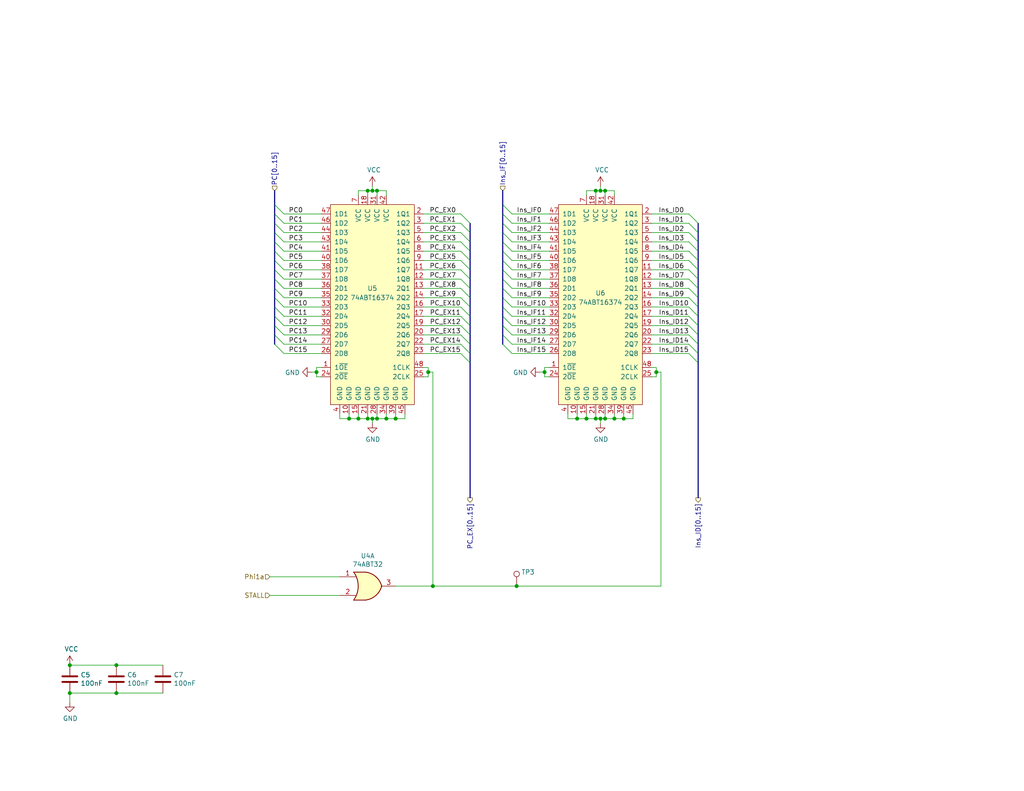
<source format=kicad_sch>
(kicad_sch (version 20211123) (generator eeschema)
  (paper "USLetter")
  (title_block (title "IF/ID") (date "2022-04-10") (rev "A (8f98feb1)") (comment 4 "Interstage pipeline registers between IF and ID"))
  (lib_symbols
    (symbol "74xx (kicad5):74ABT16374" (pin_names (offset 1.016))
      (property "Reference" "U" (at 0 1.27 0))
      (property "Value" "74ABT16374" (at 0 -1.27 0))
      (symbol "74ABT16374_0_0"
        (pin input line (at -13.97 -20.32 0) (length 2.54) (name "1~{OE}") (number "1"))
        (pin power_in line (at -6.35 -33.02 90) (length 2.54) (name "GND") (number "10"))
        (pin tri_state line (at 13.97 6.35 180) (length 2.54) (name "1Q7") (number "11"))
        (pin tri_state line (at 13.97 3.81 180) (length 2.54) (name "1Q8") (number "12"))
        (pin tri_state line (at 13.97 1.27 180) (length 2.54) (name "2Q1") (number "13"))
        (pin tri_state line (at 13.97 -1.27 180) (length 2.54) (name "2Q2") (number "14"))
        (pin power_in line (at -3.81 -33.02 90) (length 2.54) (name "GND") (number "15"))
        (pin tri_state line (at 13.97 -3.81 180) (length 2.54) (name "2Q3") (number "16"))
        (pin tri_state line (at 13.97 -6.35 180) (length 2.54) (name "2Q4") (number "17"))
        (pin power_in line (at -1.27 26.67 270) (length 2.54) (name "VCC") (number "18"))
        (pin tri_state line (at 13.97 -8.89 180) (length 2.54) (name "2Q5") (number "19"))
        (pin tri_state line (at 13.97 21.59 180) (length 2.54) (name "1Q1") (number "2"))
        (pin tri_state line (at 13.97 -11.43 180) (length 2.54) (name "2Q6") (number "20"))
        (pin power_in line (at -1.27 -33.02 90) (length 2.54) (name "GND") (number "21"))
        (pin tri_state line (at 13.97 -13.97 180) (length 2.54) (name "2Q7") (number "22"))
        (pin tri_state line (at 13.97 -16.51 180) (length 2.54) (name "2Q8") (number "23"))
        (pin input line (at -13.97 -22.86 0) (length 2.54) (name "2~{OE}") (number "24"))
        (pin input line (at 13.97 -22.86 180) (length 2.54) (name "2CLK") (number "25"))
        (pin input line (at -13.97 -16.51 0) (length 2.54) (name "2D8") (number "26"))
        (pin input line (at -13.97 -13.97 0) (length 2.54) (name "2D7") (number "27"))
        (pin power_in line (at 1.27 -33.02 90) (length 2.54) (name "GND") (number "28"))
        (pin input line (at -13.97 -11.43 0) (length 2.54) (name "2D6") (number "29"))
        (pin tri_state line (at 13.97 19.05 180) (length 2.54) (name "1Q2") (number "3"))
        (pin input line (at -13.97 -8.89 0) (length 2.54) (name "2D5") (number "30"))
        (pin power_in line (at 1.27 26.67 270) (length 2.54) (name "VCC") (number "31"))
        (pin input line (at -13.97 -6.35 0) (length 2.54) (name "2D4") (number "32"))
        (pin input line (at -13.97 -3.81 0) (length 2.54) (name "2D3") (number "33"))
        (pin power_in line (at 3.81 -33.02 90) (length 2.54) (name "GND") (number "34"))
        (pin input line (at -13.97 -1.27 0) (length 2.54) (name "2D2") (number "35"))
        (pin input line (at -13.97 1.27 0) (length 2.54) (name "2D1") (number "36"))
        (pin input line (at -13.97 3.81 0) (length 2.54) (name "1D8") (number "37"))
        (pin input line (at -13.97 6.35 0) (length 2.54) (name "1D7") (number "38"))
        (pin power_in line (at 6.35 -33.02 90) (length 2.54) (name "GND") (number "39"))
        (pin power_in line (at -8.89 -33.02 90) (length 2.54) (name "GND") (number "4"))
        (pin input line (at -13.97 8.89 0) (length 2.54) (name "1D6") (number "40"))
        (pin input line (at -13.97 11.43 0) (length 2.54) (name "1D5") (number "41"))
        (pin power_in line (at 3.81 26.67 270) (length 2.54) (name "VCC") (number "42"))
        (pin input line (at -13.97 13.97 0) (length 2.54) (name "1D4") (number "43"))
        (pin input line (at -13.97 16.51 0) (length 2.54) (name "1D3") (number "44"))
        (pin power_in line (at 8.89 -33.02 90) (length 2.54) (name "GND") (number "45"))
        (pin input line (at -13.97 19.05 0) (length 2.54) (name "1D2") (number "46"))
        (pin input line (at -13.97 21.59 0) (length 2.54) (name "1D1") (number "47"))
        (pin input line (at 13.97 -20.32 180) (length 2.54) (name "1CLK") (number "48"))
        (pin tri_state line (at 13.97 16.51 180) (length 2.54) (name "1Q3") (number "5"))
        (pin tri_state line (at 13.97 13.97 180) (length 2.54) (name "1Q4") (number "6"))
        (pin power_in line (at -3.81 26.67 270) (length 2.54) (name "VCC") (number "7"))
        (pin tri_state line (at 13.97 11.43 180) (length 2.54) (name "1Q5") (number "8"))
        (pin tri_state line (at 13.97 8.89 180) (length 2.54) (name "1Q6") (number "9"))
      )
      (symbol "74ABT16374_0_1"
        (rectangle (start -11.43 24.13) (end 11.43 -30.48) (fill (type background)))
      )
    )
    (symbol "74xx:74LS32" (pin_names (offset 1.016))
      (property "Reference" "U" (at 0 1.27 0))
      (property "Value" "74LS32" (at 0 -1.27 0))
      (symbol "74LS32_1_1"
        (arc (start -3.81 -3.81) (mid -2.589 0) (end -3.81 3.81) (stroke (width 0.254)))
        (arc (start -0.6096 -3.81) (mid 2.1842 -2.5851) (end 3.81 0) (stroke (width 0.254)) (fill (type background)))
        (polyline (pts (xy -3.81 -3.81) (xy -0.635 -3.81)) (stroke (width 0.254)) (fill (type background)))
        (polyline (pts (xy -3.81 3.81) (xy -0.635 3.81)) (stroke (width 0.254)) (fill (type background)))
        (polyline (pts (xy -0.635 3.81) (xy -3.81 3.81) (xy -3.81 3.81) (xy -3.556 3.4036) (xy -3.0226 2.2606) (xy -2.6924 1.0414) (xy -2.6162 -0.254) (xy -2.7686 -1.4986) (xy -3.175 -2.7178) (xy -3.81 -3.81) (xy -3.81 -3.81) (xy -0.635 -3.81)) (stroke (width -25.4)) (fill (type background)))
        (arc (start 3.81 0) (mid 2.1915 2.5936) (end -0.6096 3.81) (stroke (width 0.254)) (fill (type background)))
        (pin input line (at -7.62 2.54 0) (length 4.318) (name "~") (number "1"))
        (pin input line (at -7.62 -2.54 0) (length 4.318) (name "~") (number "2"))
        (pin output line (at 7.62 0 180) (length 3.81) (name "~") (number "3"))
      )
      (symbol "74LS32_1_2"
        (arc (start 0 -3.81) (mid 3.81 0) (end 0 3.81) (stroke (width 0.254)) (fill (type background)))
        (polyline (pts (xy 0 3.81) (xy -3.81 3.81) (xy -3.81 -3.81) (xy 0 -3.81)) (stroke (width 0.254)) (fill (type background)))
        (pin input inverted (at -7.62 2.54 0) (length 3.81) (name "~") (number "1"))
        (pin input inverted (at -7.62 -2.54 0) (length 3.81) (name "~") (number "2"))
        (pin output inverted (at 7.62 0 180) (length 3.81) (name "~") (number "3"))
      )
      (symbol "74LS32_2_1"
        (arc (start -3.81 -3.81) (mid -2.589 0) (end -3.81 3.81) (stroke (width 0.254)))
        (arc (start -0.6096 -3.81) (mid 2.1842 -2.5851) (end 3.81 0) (stroke (width 0.254)) (fill (type background)))
        (polyline (pts (xy -3.81 -3.81) (xy -0.635 -3.81)) (stroke (width 0.254)) (fill (type background)))
        (polyline (pts (xy -3.81 3.81) (xy -0.635 3.81)) (stroke (width 0.254)) (fill (type background)))
        (polyline (pts (xy -0.635 3.81) (xy -3.81 3.81) (xy -3.81 3.81) (xy -3.556 3.4036) (xy -3.0226 2.2606) (xy -2.6924 1.0414) (xy -2.6162 -0.254) (xy -2.7686 -1.4986) (xy -3.175 -2.7178) (xy -3.81 -3.81) (xy -3.81 -3.81) (xy -0.635 -3.81)) (stroke (width -25.4)) (fill (type background)))
        (arc (start 3.81 0) (mid 2.1915 2.5936) (end -0.6096 3.81) (stroke (width 0.254)) (fill (type background)))
        (pin input line (at -7.62 2.54 0) (length 4.318) (name "~") (number "4"))
        (pin input line (at -7.62 -2.54 0) (length 4.318) (name "~") (number "5"))
        (pin output line (at 7.62 0 180) (length 3.81) (name "~") (number "6"))
      )
      (symbol "74LS32_2_2"
        (arc (start 0 -3.81) (mid 3.81 0) (end 0 3.81) (stroke (width 0.254)) (fill (type background)))
        (polyline (pts (xy 0 3.81) (xy -3.81 3.81) (xy -3.81 -3.81) (xy 0 -3.81)) (stroke (width 0.254)) (fill (type background)))
        (pin input inverted (at -7.62 2.54 0) (length 3.81) (name "~") (number "4"))
        (pin input inverted (at -7.62 -2.54 0) (length 3.81) (name "~") (number "5"))
        (pin output inverted (at 7.62 0 180) (length 3.81) (name "~") (number "6"))
      )
      (symbol "74LS32_3_1"
        (arc (start -3.81 -3.81) (mid -2.589 0) (end -3.81 3.81) (stroke (width 0.254)))
        (arc (start -0.6096 -3.81) (mid 2.1842 -2.5851) (end 3.81 0) (stroke (width 0.254)) (fill (type background)))
        (polyline (pts (xy -3.81 -3.81) (xy -0.635 -3.81)) (stroke (width 0.254)) (fill (type background)))
        (polyline (pts (xy -3.81 3.81) (xy -0.635 3.81)) (stroke (width 0.254)) (fill (type background)))
        (polyline (pts (xy -0.635 3.81) (xy -3.81 3.81) (xy -3.81 3.81) (xy -3.556 3.4036) (xy -3.0226 2.2606) (xy -2.6924 1.0414) (xy -2.6162 -0.254) (xy -2.7686 -1.4986) (xy -3.175 -2.7178) (xy -3.81 -3.81) (xy -3.81 -3.81) (xy -0.635 -3.81)) (stroke (width -25.4)) (fill (type background)))
        (arc (start 3.81 0) (mid 2.1915 2.5936) (end -0.6096 3.81) (stroke (width 0.254)) (fill (type background)))
        (pin input line (at -7.62 -2.54 0) (length 4.318) (name "~") (number "10"))
        (pin output line (at 7.62 0 180) (length 3.81) (name "~") (number "8"))
        (pin input line (at -7.62 2.54 0) (length 4.318) (name "~") (number "9"))
      )
      (symbol "74LS32_3_2"
        (arc (start 0 -3.81) (mid 3.81 0) (end 0 3.81) (stroke (width 0.254)) (fill (type background)))
        (polyline (pts (xy 0 3.81) (xy -3.81 3.81) (xy -3.81 -3.81) (xy 0 -3.81)) (stroke (width 0.254)) (fill (type background)))
        (pin input inverted (at -7.62 -2.54 0) (length 3.81) (name "~") (number "10"))
        (pin output inverted (at 7.62 0 180) (length 3.81) (name "~") (number "8"))
        (pin input inverted (at -7.62 2.54 0) (length 3.81) (name "~") (number "9"))
      )
      (symbol "74LS32_4_1"
        (arc (start -3.81 -3.81) (mid -2.589 0) (end -3.81 3.81) (stroke (width 0.254)))
        (arc (start -0.6096 -3.81) (mid 2.1842 -2.5851) (end 3.81 0) (stroke (width 0.254)) (fill (type background)))
        (polyline (pts (xy -3.81 -3.81) (xy -0.635 -3.81)) (stroke (width 0.254)) (fill (type background)))
        (polyline (pts (xy -3.81 3.81) (xy -0.635 3.81)) (stroke (width 0.254)) (fill (type background)))
        (polyline (pts (xy -0.635 3.81) (xy -3.81 3.81) (xy -3.81 3.81) (xy -3.556 3.4036) (xy -3.0226 2.2606) (xy -2.6924 1.0414) (xy -2.6162 -0.254) (xy -2.7686 -1.4986) (xy -3.175 -2.7178) (xy -3.81 -3.81) (xy -3.81 -3.81) (xy -0.635 -3.81)) (stroke (width -25.4)) (fill (type background)))
        (arc (start 3.81 0) (mid 2.1915 2.5936) (end -0.6096 3.81) (stroke (width 0.254)) (fill (type background)))
        (pin output line (at 7.62 0 180) (length 3.81) (name "~") (number "11"))
        (pin input line (at -7.62 2.54 0) (length 4.318) (name "~") (number "12"))
        (pin input line (at -7.62 -2.54 0) (length 4.318) (name "~") (number "13"))
      )
      (symbol "74LS32_4_2"
        (arc (start 0 -3.81) (mid 3.81 0) (end 0 3.81) (stroke (width 0.254)) (fill (type background)))
        (polyline (pts (xy 0 3.81) (xy -3.81 3.81) (xy -3.81 -3.81) (xy 0 -3.81)) (stroke (width 0.254)) (fill (type background)))
        (pin output inverted (at 7.62 0 180) (length 3.81) (name "~") (number "11"))
        (pin input inverted (at -7.62 2.54 0) (length 3.81) (name "~") (number "12"))
        (pin input inverted (at -7.62 -2.54 0) (length 3.81) (name "~") (number "13"))
      )
      (symbol "74LS32_5_0"
        (pin power_in line (at 0 12.7 270) (length 5.08) (name "VCC") (number "14"))
        (pin power_in line (at 0 -12.7 90) (length 5.08) (name "GND") (number "7"))
      )
      (symbol "74LS32_5_1"
        (rectangle (start -5.08 7.62) (end 5.08 -7.62) (stroke (width 0.254)) (fill (type background)))
      )
    )
    (symbol "Connector:TestPoint" (pin_numbers hide) (pin_names (offset 0.762) hide)
      (property "Reference" "TP" (at 0 6.858 0))
      (property "Value" "TestPoint" (at 0 5.08 0))
      (symbol "TestPoint_0_1"
        (circle (center 0 3.302) (radius 0.762))
      )
      (symbol "TestPoint_1_1"
        (pin passive line (at 0 0 90) (length 2.54) (name "1") (number "1"))
      )
    )
    (symbol "Device:C" (pin_numbers hide) (pin_names (offset 0.254))
      (property "Reference" "C" (at 0.635 2.54 0))
      (property "Value" "C" (at 0.635 -2.54 0))
      (symbol "C_0_1"
        (polyline (pts (xy -2.032 -0.762) (xy 2.032 -0.762)) (stroke (width 0.508)))
        (polyline (pts (xy -2.032 0.762) (xy 2.032 0.762)) (stroke (width 0.508)))
      )
      (symbol "C_1_1"
        (pin passive line (at 0 3.81 270) (length 2.794) (name "~") (number "1"))
        (pin passive line (at 0 -3.81 90) (length 2.794) (name "~") (number "2"))
      )
    )
    (symbol "power:GND" (power) (pin_names (offset 0))
      (property "Value" "GND" (at 0 -3.81 0))
      (symbol "GND_0_1"
        (polyline (pts (xy 0 0) (xy 0 -1.27) (xy 1.27 -1.27) (xy 0 -2.54) (xy -1.27 -1.27) (xy 0 -1.27)))
      )
      (symbol "GND_1_1"
        (pin power_in line (at 0 0 270) (length 0) hide (name "GND") (number "1"))
      )
    )
    (symbol "power:VCC" (power) (pin_names (offset 0))
      (property "Value" "VCC" (at 0 3.81 0))
      (symbol "VCC_0_1"
        (polyline (pts (xy -0.762 1.27) (xy 0 2.54)))
        (polyline (pts (xy 0 0) (xy 0 2.54)))
        (polyline (pts (xy 0 2.54) (xy 0.762 1.27)))
      )
      (symbol "VCC_1_1"
        (pin power_in line (at 0 0 90) (length 0) hide (name "VCC") (number "1"))
      )
    )
  )
  (junction (at 163.83 52.07))
  (junction (at 95.25 114.3))
  (junction (at 157.48 114.3))
  (junction (at 102.87 114.3))
  (junction (at -25.4 102.87))
  (junction (at 170.18 114.3))
  (junction (at 100.33 52.07))
  (junction (at 116.84 101.6))
  (junction (at 118.11 160.02))
  (junction (at 102.87 52.07))
  (junction (at 105.41 114.3))
  (junction (at 165.1 52.07))
  (junction (at -25.4 118.11))
  (junction (at -25.4 87.63))
  (junction (at 163.83 114.3))
  (junction (at 179.07 101.6))
  (junction (at 165.1 114.3))
  (junction (at 86.36 101.6))
  (junction (at 101.6 114.3))
  (junction (at 140.97 160.02))
  (junction (at -25.4 82.55))
  (junction (at -25.4 113.03))
  (junction (at 148.59 101.6))
  (junction (at 160.02 114.3))
  (junction (at 97.79 114.3))
  (junction (at 162.56 114.3))
  (junction (at 107.95 114.3))
  (junction (at 31.75 189.23))
  (junction (at 162.56 52.07))
  (junction (at 19.05 189.23))
  (junction (at 101.6 52.07))
  (junction (at -25.4 97.79))
  (junction (at 100.33 114.3))
  (junction (at 19.05 181.61))
  (junction (at 31.75 181.61))
  (junction (at 167.64 114.3))
  (no_connect (at -7.62 85.09))
  (no_connect (at -7.62 100.33))
  (no_connect (at -7.62 115.57))
  (bus_entry (at 74.93 68.58) (size 2.54 2.54))
  (bus_entry (at 125.73 88.9) (size 2.54 2.54))
  (bus_entry (at 137.16 63.5) (size 2.54 2.54))
  (bus_entry (at 74.93 86.36) (size 2.54 2.54))
  (bus_entry (at 137.16 76.2) (size 2.54 2.54))
  (bus_entry (at 74.93 63.5) (size 2.54 2.54))
  (bus_entry (at 125.73 66.04) (size 2.54 2.54))
  (bus_entry (at 74.93 93.98) (size 2.54 2.54))
  (bus_entry (at 74.93 66.04) (size 2.54 2.54))
  (bus_entry (at 137.16 71.12) (size 2.54 2.54))
  (bus_entry (at 74.93 55.88) (size 2.54 2.54))
  (bus_entry (at 187.96 63.5) (size 2.54 2.54))
  (bus_entry (at 187.96 78.74) (size 2.54 2.54))
  (bus_entry (at 125.73 73.66) (size 2.54 2.54))
  (bus_entry (at 187.96 68.58) (size 2.54 2.54))
  (bus_entry (at 125.73 96.52) (size 2.54 2.54))
  (bus_entry (at 125.73 58.42) (size 2.54 2.54))
  (bus_entry (at 137.16 81.28) (size 2.54 2.54))
  (bus_entry (at 187.96 93.98) (size 2.54 2.54))
  (bus_entry (at 125.73 91.44) (size 2.54 2.54))
  (bus_entry (at 137.16 55.88) (size 2.54 2.54))
  (bus_entry (at 125.73 71.12) (size 2.54 2.54))
  (bus_entry (at 137.16 60.96) (size 2.54 2.54))
  (bus_entry (at 74.93 58.42) (size 2.54 2.54))
  (bus_entry (at 137.16 83.82) (size 2.54 2.54))
  (bus_entry (at 125.73 76.2) (size 2.54 2.54))
  (bus_entry (at 125.73 78.74) (size 2.54 2.54))
  (bus_entry (at 125.73 81.28) (size 2.54 2.54))
  (bus_entry (at 137.16 66.04) (size 2.54 2.54))
  (bus_entry (at 74.93 60.96) (size 2.54 2.54))
  (bus_entry (at 137.16 88.9) (size 2.54 2.54))
  (bus_entry (at 74.93 91.44) (size 2.54 2.54))
  (bus_entry (at 187.96 66.04) (size 2.54 2.54))
  (bus_entry (at 137.16 91.44) (size 2.54 2.54))
  (bus_entry (at 125.73 68.58) (size 2.54 2.54))
  (bus_entry (at 187.96 96.52) (size 2.54 2.54))
  (bus_entry (at 187.96 58.42) (size 2.54 2.54))
  (bus_entry (at 137.16 58.42) (size 2.54 2.54))
  (bus_entry (at 137.16 73.66) (size 2.54 2.54))
  (bus_entry (at 187.96 86.36) (size 2.54 2.54))
  (bus_entry (at 187.96 71.12) (size 2.54 2.54))
  (bus_entry (at 74.93 81.28) (size 2.54 2.54))
  (bus_entry (at 74.93 73.66) (size 2.54 2.54))
  (bus_entry (at 137.16 78.74) (size 2.54 2.54))
  (bus_entry (at 187.96 88.9) (size 2.54 2.54))
  (bus_entry (at 74.93 76.2) (size 2.54 2.54))
  (bus_entry (at 187.96 91.44) (size 2.54 2.54))
  (bus_entry (at 137.16 68.58) (size 2.54 2.54))
  (bus_entry (at 187.96 76.2) (size 2.54 2.54))
  (bus_entry (at 74.93 78.74) (size 2.54 2.54))
  (bus_entry (at 74.93 88.9) (size 2.54 2.54))
  (bus_entry (at 137.16 86.36) (size 2.54 2.54))
  (bus_entry (at 187.96 73.66) (size 2.54 2.54))
  (bus_entry (at 137.16 93.98) (size 2.54 2.54))
  (bus_entry (at 125.73 93.98) (size 2.54 2.54))
  (bus_entry (at 74.93 71.12) (size 2.54 2.54))
  (bus_entry (at 187.96 81.28) (size 2.54 2.54))
  (bus_entry (at 125.73 63.5) (size 2.54 2.54))
  (bus_entry (at 125.73 83.82) (size 2.54 2.54))
  (bus_entry (at 125.73 60.96) (size 2.54 2.54))
  (bus_entry (at 187.96 83.82) (size 2.54 2.54))
  (bus_entry (at 74.93 83.82) (size 2.54 2.54))
  (bus_entry (at 125.73 86.36) (size 2.54 2.54))
  (bus_entry (at 187.96 60.96) (size 2.54 2.54))
  (wire (pts (xy 139.7 66.04) (xy 149.86 66.04)))
  (wire (pts (xy 187.96 93.98) (xy 177.8 93.98)))
  (wire (pts (xy 139.7 73.66) (xy 149.86 73.66)))
  (wire (pts (xy 187.96 68.58) (xy 177.8 68.58)))
  (wire (pts (xy 179.07 101.6) (xy 180.34 101.6)))
  (bus (pts (xy 74.93 91.44) (xy 74.93 93.98)))
  (bus (pts (xy 128.27 73.66) (xy 128.27 76.2)))
  (wire (pts (xy 160.02 113.03) (xy 160.02 114.3)))
  (wire (pts (xy -22.86 113.03) (xy -25.4 113.03)))
  (wire (pts (xy 125.73 60.96) (xy 115.57 60.96)))
  (wire (pts (xy 187.96 88.9) (xy 177.8 88.9)))
  (wire (pts (xy 101.6 114.3) (xy 102.87 114.3)))
  (bus (pts (xy 137.16 76.2) (xy 137.16 78.74)))
  (wire (pts (xy -22.86 118.11) (xy -25.4 118.11)))
  (wire (pts (xy -25.4 97.79) (xy -25.4 102.87)))
  (bus (pts (xy 128.27 83.82) (xy 128.27 86.36)))
  (wire (pts (xy 187.96 58.42) (xy 177.8 58.42)))
  (wire (pts (xy 100.33 113.03) (xy 100.33 114.3)))
  (bus (pts (xy 74.93 66.04) (xy 74.93 68.58)))
  (wire (pts (xy 97.79 113.03) (xy 97.79 114.3)))
  (wire (pts (xy 31.75 189.23) (xy 19.05 189.23)))
  (bus (pts (xy 190.5 68.58) (xy 190.5 71.12)))
  (wire (pts (xy 187.96 83.82) (xy 177.8 83.82)))
  (bus (pts (xy 137.16 52.07) (xy 137.16 55.88)))
  (bus (pts (xy 137.16 63.5) (xy 137.16 66.04)))
  (wire (pts (xy 139.7 76.2) (xy 149.86 76.2)))
  (wire (pts (xy 165.1 113.03) (xy 165.1 114.3)))
  (bus (pts (xy 137.16 66.04) (xy 137.16 68.58)))
  (bus (pts (xy 74.93 68.58) (xy 74.93 71.12)))
  (bus (pts (xy 190.5 78.74) (xy 190.5 81.28)))
  (bus (pts (xy 190.5 71.12) (xy 190.5 73.66)))
  (wire (pts (xy -25.4 80.01) (xy -25.4 82.55)))
  (wire (pts (xy 163.83 114.3) (xy 163.83 115.57)))
  (wire (pts (xy 77.47 60.96) (xy 87.63 60.96)))
  (wire (pts (xy 77.47 68.58) (xy 87.63 68.58)))
  (wire (pts (xy 187.96 81.28) (xy 177.8 81.28)))
  (bus (pts (xy 137.16 58.42) (xy 137.16 60.96)))
  (bus (pts (xy 137.16 55.88) (xy 137.16 58.42)))
  (wire (pts (xy 157.48 114.3) (xy 160.02 114.3)))
  (wire (pts (xy 125.73 96.52) (xy 115.57 96.52)))
  (wire (pts (xy 77.47 86.36) (xy 87.63 86.36)))
  (wire (pts (xy 105.41 114.3) (xy 107.95 114.3)))
  (bus (pts (xy 74.93 55.88) (xy 74.93 58.42)))
  (bus (pts (xy 74.93 71.12) (xy 74.93 73.66)))
  (wire (pts (xy 157.48 113.03) (xy 157.48 114.3)))
  (wire (pts (xy 148.59 100.33) (xy 148.59 101.6)))
  (wire (pts (xy 179.07 101.6) (xy 179.07 102.87)))
  (wire (pts (xy 148.59 101.6) (xy 147.32 101.6)))
  (wire (pts (xy 102.87 114.3) (xy 105.41 114.3)))
  (wire (pts (xy 163.83 114.3) (xy 165.1 114.3)))
  (wire (pts (xy 125.73 78.74) (xy 115.57 78.74)))
  (wire (pts (xy 125.73 93.98) (xy 115.57 93.98)))
  (bus (pts (xy 190.5 93.98) (xy 190.5 96.52)))
  (wire (pts (xy 160.02 52.07) (xy 162.56 52.07)))
  (bus (pts (xy 128.27 78.74) (xy 128.27 81.28)))
  (wire (pts (xy 77.47 66.04) (xy 87.63 66.04)))
  (wire (pts (xy 165.1 52.07) (xy 167.64 52.07)))
  (wire (pts (xy 92.71 114.3) (xy 95.25 114.3)))
  (wire (pts (xy 139.7 83.82) (xy 149.86 83.82)))
  (wire (pts (xy 116.84 100.33) (xy 116.84 101.6)))
  (bus (pts (xy 137.16 83.82) (xy 137.16 86.36)))
  (wire (pts (xy 187.96 63.5) (xy 177.8 63.5)))
  (wire (pts (xy 92.71 162.56) (xy 73.66 162.56)))
  (bus (pts (xy 74.93 63.5) (xy 74.93 66.04)))
  (wire (pts (xy -22.86 87.63) (xy -25.4 87.63)))
  (bus (pts (xy 137.16 71.12) (xy 137.16 73.66)))
  (wire (pts (xy 77.47 78.74) (xy 87.63 78.74)))
  (wire (pts (xy 139.7 68.58) (xy 149.86 68.58)))
  (bus (pts (xy 128.27 96.52) (xy 128.27 99.06)))
  (wire (pts (xy 97.79 53.34) (xy 97.79 52.07)))
  (bus (pts (xy 137.16 60.96) (xy 137.16 63.5)))
  (wire (pts (xy 116.84 101.6) (xy 118.11 101.6)))
  (wire (pts (xy 163.83 50.8) (xy 163.83 52.07)))
  (wire (pts (xy 163.83 52.07) (xy 165.1 52.07)))
  (wire (pts (xy 100.33 53.34) (xy 100.33 52.07)))
  (bus (pts (xy 74.93 86.36) (xy 74.93 88.9)))
  (wire (pts (xy 100.33 52.07) (xy 101.6 52.07)))
  (wire (pts (xy 77.47 71.12) (xy 87.63 71.12)))
  (wire (pts (xy 31.75 181.61) (xy 44.45 181.61)))
  (bus (pts (xy 137.16 73.66) (xy 137.16 76.2)))
  (wire (pts (xy 125.73 81.28) (xy 115.57 81.28)))
  (bus (pts (xy 74.93 88.9) (xy 74.93 91.44)))
  (wire (pts (xy 139.7 58.42) (xy 149.86 58.42)))
  (wire (pts (xy 125.73 88.9) (xy 115.57 88.9)))
  (wire (pts (xy 110.49 114.3) (xy 110.49 113.03)))
  (bus (pts (xy 74.93 58.42) (xy 74.93 60.96)))
  (wire (pts (xy 77.47 58.42) (xy 87.63 58.42)))
  (wire (pts (xy 165.1 53.34) (xy 165.1 52.07)))
  (wire (pts (xy 149.86 100.33) (xy 148.59 100.33)))
  (bus (pts (xy 128.27 60.96) (xy 128.27 63.5)))
  (wire (pts (xy 125.73 58.42) (xy 115.57 58.42)))
  (bus (pts (xy 74.93 78.74) (xy 74.93 81.28)))
  (wire (pts (xy 187.96 96.52) (xy 177.8 96.52)))
  (wire (pts (xy 77.47 83.82) (xy 87.63 83.82)))
  (bus (pts (xy 190.5 73.66) (xy 190.5 76.2)))
  (wire (pts (xy 101.6 50.8) (xy 101.6 52.07)))
  (wire (pts (xy 139.7 81.28) (xy 149.86 81.28)))
  (wire (pts (xy 97.79 114.3) (xy 100.33 114.3)))
  (bus (pts (xy 190.5 91.44) (xy 190.5 93.98)))
  (wire (pts (xy -22.86 102.87) (xy -25.4 102.87)))
  (bus (pts (xy 128.27 71.12) (xy 128.27 73.66)))
  (bus (pts (xy 128.27 86.36) (xy 128.27 88.9)))
  (bus (pts (xy 190.5 88.9) (xy 190.5 91.44)))
  (wire (pts (xy 77.47 81.28) (xy 87.63 81.28)))
  (wire (pts (xy 140.97 160.02) (xy 180.34 160.02)))
  (wire (pts (xy 100.33 114.3) (xy 101.6 114.3)))
  (wire (pts (xy 139.7 86.36) (xy 149.86 86.36)))
  (bus (pts (xy 128.27 99.06) (xy 128.27 135.89)))
  (wire (pts (xy 139.7 91.44) (xy 149.86 91.44)))
  (wire (pts (xy 101.6 114.3) (xy 101.6 115.57)))
  (bus (pts (xy 190.5 76.2) (xy 190.5 78.74)))
  (wire (pts (xy 148.59 102.87) (xy 149.86 102.87)))
  (wire (pts (xy 162.56 114.3) (xy 163.83 114.3)))
  (wire (pts (xy 125.73 86.36) (xy 115.57 86.36)))
  (wire (pts (xy 170.18 114.3) (xy 172.72 114.3)))
  (wire (pts (xy 125.73 66.04) (xy 115.57 66.04)))
  (wire (pts (xy 187.96 71.12) (xy 177.8 71.12)))
  (wire (pts (xy 86.36 102.87) (xy 87.63 102.87)))
  (wire (pts (xy 86.36 100.33) (xy 86.36 101.6)))
  (wire (pts (xy 139.7 96.52) (xy 149.86 96.52)))
  (wire (pts (xy 187.96 76.2) (xy 177.8 76.2)))
  (wire (pts (xy 154.94 113.03) (xy 154.94 114.3)))
  (bus (pts (xy 137.16 81.28) (xy 137.16 83.82)))
  (wire (pts (xy 139.7 88.9) (xy 149.86 88.9)))
  (bus (pts (xy 137.16 88.9) (xy 137.16 91.44)))
  (wire (pts (xy 125.73 63.5) (xy 115.57 63.5)))
  (wire (pts (xy 167.64 113.03) (xy 167.64 114.3)))
  (wire (pts (xy 77.47 76.2) (xy 87.63 76.2)))
  (wire (pts (xy 187.96 86.36) (xy 177.8 86.36)))
  (wire (pts (xy 86.36 101.6) (xy 86.36 102.87)))
  (wire (pts (xy 125.73 68.58) (xy 115.57 68.58)))
  (wire (pts (xy 187.96 66.04) (xy 177.8 66.04)))
  (wire (pts (xy 77.47 96.52) (xy 87.63 96.52)))
  (wire (pts (xy 167.64 114.3) (xy 170.18 114.3)))
  (bus (pts (xy 128.27 93.98) (xy 128.27 96.52)))
  (wire (pts (xy 118.11 160.02) (xy 140.97 160.02)))
  (wire (pts (xy 97.79 52.07) (xy 100.33 52.07)))
  (bus (pts (xy 137.16 68.58) (xy 137.16 71.12)))
  (wire (pts (xy 180.34 160.02) (xy 180.34 101.6)))
  (wire (pts (xy -22.86 97.79) (xy -25.4 97.79)))
  (wire (pts (xy 92.71 113.03) (xy 92.71 114.3)))
  (wire (pts (xy 95.25 113.03) (xy 95.25 114.3)))
  (bus (pts (xy 190.5 63.5) (xy 190.5 66.04)))
  (bus (pts (xy 190.5 81.28) (xy 190.5 83.82)))
  (wire (pts (xy 125.73 76.2) (xy 115.57 76.2)))
  (wire (pts (xy 139.7 93.98) (xy 149.86 93.98)))
  (wire (pts (xy 77.47 91.44) (xy 87.63 91.44)))
  (bus (pts (xy 74.93 73.66) (xy 74.93 76.2)))
  (bus (pts (xy 190.5 86.36) (xy 190.5 88.9)))
  (bus (pts (xy 190.5 60.96) (xy 190.5 63.5)))
  (wire (pts (xy 101.6 52.07) (xy 102.87 52.07)))
  (wire (pts (xy 92.71 157.48) (xy 73.66 157.48)))
  (wire (pts (xy 125.73 83.82) (xy 115.57 83.82)))
  (bus (pts (xy 128.27 81.28) (xy 128.27 83.82)))
  (wire (pts (xy 115.57 100.33) (xy 116.84 100.33)))
  (wire (pts (xy 179.07 102.87) (xy 177.8 102.87)))
  (wire (pts (xy 77.47 63.5) (xy 87.63 63.5)))
  (bus (pts (xy 128.27 76.2) (xy 128.27 78.74)))
  (bus (pts (xy 128.27 66.04) (xy 128.27 68.58)))
  (wire (pts (xy 187.96 91.44) (xy 177.8 91.44)))
  (bus (pts (xy 190.5 66.04) (xy 190.5 68.58)))
  (wire (pts (xy 102.87 52.07) (xy 105.41 52.07)))
  (wire (pts (xy 125.73 91.44) (xy 115.57 91.44)))
  (wire (pts (xy 107.95 114.3) (xy 110.49 114.3)))
  (wire (pts (xy 107.95 113.03) (xy 107.95 114.3)))
  (bus (pts (xy 137.16 91.44) (xy 137.16 93.98)))
  (wire (pts (xy 139.7 71.12) (xy 149.86 71.12)))
  (wire (pts (xy 172.72 114.3) (xy 172.72 113.03)))
  (wire (pts (xy 187.96 73.66) (xy 177.8 73.66)))
  (wire (pts (xy 19.05 181.61) (xy 31.75 181.61)))
  (wire (pts (xy 77.47 88.9) (xy 87.63 88.9)))
  (wire (pts (xy 86.36 101.6) (xy 85.09 101.6)))
  (bus (pts (xy 190.5 83.82) (xy 190.5 86.36)))
  (bus (pts (xy 128.27 91.44) (xy 128.27 93.98)))
  (bus (pts (xy 137.16 86.36) (xy 137.16 88.9)))
  (wire (pts (xy 148.59 101.6) (xy 148.59 102.87)))
  (wire (pts (xy 167.64 52.07) (xy 167.64 53.34)))
  (wire (pts (xy 118.11 160.02) (xy 107.95 160.02)))
  (wire (pts (xy 187.96 78.74) (xy 177.8 78.74)))
  (wire (pts (xy 125.73 71.12) (xy 115.57 71.12)))
  (wire (pts (xy 77.47 93.98) (xy 87.63 93.98)))
  (wire (pts (xy 139.7 60.96) (xy 149.86 60.96)))
  (wire (pts (xy 95.25 114.3) (xy 97.79 114.3)))
  (wire (pts (xy 160.02 114.3) (xy 162.56 114.3)))
  (wire (pts (xy -25.4 118.11) (xy -25.4 124.46)))
  (wire (pts (xy 179.07 100.33) (xy 179.07 101.6)))
  (wire (pts (xy 187.96 60.96) (xy 177.8 60.96)))
  (wire (pts (xy 139.7 78.74) (xy 149.86 78.74)))
  (bus (pts (xy 137.16 78.74) (xy 137.16 81.28)))
  (bus (pts (xy 74.93 81.28) (xy 74.93 83.82)))
  (wire (pts (xy 102.87 53.34) (xy 102.87 52.07)))
  (wire (pts (xy 139.7 63.5) (xy 149.86 63.5)))
  (wire (pts (xy 160.02 53.34) (xy 160.02 52.07)))
  (wire (pts (xy 162.56 53.34) (xy 162.56 52.07)))
  (bus (pts (xy 128.27 63.5) (xy 128.27 66.04)))
  (wire (pts (xy 165.1 114.3) (xy 167.64 114.3)))
  (bus (pts (xy 128.27 88.9) (xy 128.27 91.44)))
  (wire (pts (xy 87.63 100.33) (xy 86.36 100.33)))
  (wire (pts (xy 162.56 113.03) (xy 162.56 114.3)))
  (bus (pts (xy 190.5 96.52) (xy 190.5 99.06)))
  (wire (pts (xy -25.4 87.63) (xy -25.4 97.79)))
  (bus (pts (xy 74.93 52.07) (xy 74.93 55.88)))
  (bus (pts (xy 190.5 99.06) (xy 190.5 135.89)))
  (bus (pts (xy 74.93 60.96) (xy 74.93 63.5)))
  (wire (pts (xy -25.4 113.03) (xy -25.4 118.11)))
  (wire (pts (xy 125.73 73.66) (xy 115.57 73.66)))
  (wire (pts (xy -25.4 102.87) (xy -25.4 113.03)))
  (wire (pts (xy 105.41 52.07) (xy 105.41 53.34)))
  (wire (pts (xy 170.18 113.03) (xy 170.18 114.3)))
  (wire (pts (xy -25.4 82.55) (xy -25.4 87.63)))
  (wire (pts (xy 177.8 100.33) (xy 179.07 100.33)))
  (wire (pts (xy 162.56 52.07) (xy 163.83 52.07)))
  (bus (pts (xy 74.93 83.82) (xy 74.93 86.36)))
  (wire (pts (xy 19.05 191.77) (xy 19.05 189.23)))
  (wire (pts (xy 116.84 101.6) (xy 116.84 102.87)))
  (wire (pts (xy 118.11 101.6) (xy 118.11 160.02)))
  (bus (pts (xy 128.27 68.58) (xy 128.27 71.12)))
  (wire (pts (xy 116.84 102.87) (xy 115.57 102.87)))
  (wire (pts (xy 44.45 189.23) (xy 31.75 189.23)))
  (wire (pts (xy 102.87 113.03) (xy 102.87 114.3)))
  (wire (pts (xy 105.41 113.03) (xy 105.41 114.3)))
  (wire (pts (xy 154.94 114.3) (xy 157.48 114.3)))
  (wire (pts (xy 77.47 73.66) (xy 87.63 73.66)))
  (bus (pts (xy 74.93 76.2) (xy 74.93 78.74)))
  (wire (pts (xy -22.86 82.55) (xy -25.4 82.55)))
  (label "Ins_IF3" (at 140.97 66.04 0))
  (label "Ins_IF4" (at 140.97 68.58 0))
  (label "PC_EX1" (at 124.46 60.96 180))
  (label "Ins_ID3" (at 186.69 66.04 180))
  (label "PC_EX13" (at 125.73 91.44 180))
  (label "PC6" (at 78.74 73.66 0))
  (label "PC_EX7" (at 124.46 76.2 180))
  (label "PC_EX8" (at 124.46 78.74 180))
  (label "PC_EX5" (at 124.46 71.12 180))
  (label "PC10" (at 78.74 83.82 0))
  (label "Ins_ID0" (at 186.69 58.42 180))
  (label "Ins_IF9" (at 140.97 81.28 0))
  (label "Ins_IF1" (at 140.97 60.96 0))
  (label "PC_EX2" (at 124.46 63.5 180))
  (label "Ins_IF8" (at 140.97 78.74 0))
  (label "Ins_ID6" (at 186.69 73.66 180))
  (label "PC_EX15" (at 125.73 96.52 180))
  (label "PC_EX12" (at 125.73 88.9 180))
  (label "PC13" (at 78.74 91.44 0))
  (label "PC_EX6" (at 124.46 73.66 180))
  (label "Ins_ID2" (at 186.69 63.5 180))
  (label "PC9" (at 78.74 81.28 0))
  (label "PC3" (at 78.74 66.04 0))
  (label "Ins_IF13" (at 140.97 91.44 0))
  (label "PC12" (at 78.74 88.9 0))
  (label "Ins_ID15" (at 187.96 96.52 180))
  (label "PC8" (at 78.74 78.74 0))
  (label "Ins_ID11" (at 187.96 86.36 180))
  (label "PC2" (at 78.74 63.5 0))
  (label "Ins_ID9" (at 186.69 81.28 180))
  (label "Ins_ID7" (at 186.69 76.2 180))
  (label "Ins_IF6" (at 140.97 73.66 0))
  (label "Ins_IF12" (at 140.97 88.9 0))
  (label "PC11" (at 78.74 86.36 0))
  (label "PC7" (at 78.74 76.2 0))
  (label "PC0" (at 78.74 58.42 0))
  (label "Ins_ID14" (at 187.96 93.98 180))
  (label "PC1" (at 78.74 60.96 0))
  (label "Ins_ID10" (at 187.96 83.82 180))
  (label "PC_EX4" (at 124.46 68.58 180))
  (label "Ins_IF11" (at 140.97 86.36 0))
  (label "Ins_ID5" (at 186.69 71.12 180))
  (label "Ins_IF14" (at 140.97 93.98 0))
  (label "Ins_ID13" (at 187.96 91.44 180))
  (label "Ins_IF5" (at 140.97 71.12 0))
  (label "PC_EX9" (at 124.46 81.28 180))
  (label "PC4" (at 78.74 68.58 0))
  (label "Ins_ID4" (at 186.69 68.58 180))
  (label "PC_EX14" (at 125.73 93.98 180))
  (label "Ins_IF15" (at 140.97 96.52 0))
  (label "Ins_IF2" (at 140.97 63.5 0))
  (label "Ins_IF0" (at 140.97 58.42 0))
  (label "Ins_IF7" (at 140.97 76.2 0))
  (label "PC_EX10" (at 125.73 83.82 180))
  (label "Ins_IF10" (at 140.97 83.82 0))
  (label "PC14" (at 78.74 93.98 0))
  (label "Ins_ID8" (at 186.69 78.74 180))
  (label "PC15" (at 78.74 96.52 0))
  (label "PC5" (at 78.74 71.12 0))
  (label "Ins_ID1" (at 186.69 60.96 180))
  (label "Ins_ID12" (at 187.96 88.9 180))
  (label "PC_EX3" (at 124.46 66.04 180))
  (label "PC_EX11" (at 125.73 86.36 180))
  (label "PC_EX0" (at 124.46 58.42 180))
  (hierarchical_label "Ins_IF[0..15]" (shape input) (at 137.16 52.07 90))
  (hierarchical_label "Phi1a" (shape input) (at 73.66 157.48 180))
  (hierarchical_label "STALL" (shape input) (at 73.66 162.56 180))
  (hierarchical_label "PC[0..15]" (shape input) (at 74.93 52.07 90))
  (hierarchical_label "PC_EX[0..15]" (shape output) (at 128.27 135.89 270))
  (hierarchical_label "Ins_ID[0..15]" (shape output) (at 190.5 135.89 270))
  (symbol (lib_id "power:GND") (at 85.09 101.6 270) (unit 1)
    (property "Reference" "#PWR028" (effects hide))
    (property "Value" "GND" (at 81.8388 101.727 90) (effects (justify right)))
  )
  (symbol (lib_id "power:VCC") (at 101.6 50.8 0) (unit 1)
    (property "Reference" "#PWR029" (effects hide))
    (property "Value" "VCC" (at 102.0318 46.4058 0))
  )
  (symbol (lib_id "Device:C") (at 19.05 185.42 0) (unit 1)
    (property "Reference" "C5" (at 21.971 184.2516 0) (effects (justify left)))
    (property "Value" "100nF" (at 21.971 186.563 0) (effects (justify left)))
    (property "Footprint" "Capacitor_SMD:C_0603_1608Metric_Pad1.08x0.95mm_HandSolder" (effects hide))
    (property "Mouser" "https://www.mouser.com/ProductDetail/963-EMK107B7104KAHT" (effects hide))
  )
  (symbol (lib_id "Device:C") (at 31.75 185.42 0) (unit 1)
    (property "Reference" "C6" (at 34.671 184.2516 0) (effects (justify left)))
    (property "Value" "100nF" (at 34.671 186.563 0) (effects (justify left)))
    (property "Footprint" "Capacitor_SMD:C_0603_1608Metric_Pad1.08x0.95mm_HandSolder" (effects hide))
    (property "Mouser" "https://www.mouser.com/ProductDetail/963-EMK107B7104KAHT" (effects hide))
  )
  (symbol (lib_id "power:VCC") (at 19.05 181.61 0) (unit 1)
    (property "Reference" "#PWR026" (effects hide))
    (property "Value" "VCC" (at 19.4818 177.2158 0))
  )
  (symbol (lib_id "power:GND") (at 19.05 191.77 0) (unit 1)
    (property "Reference" "#PWR027" (effects hide))
    (property "Value" "GND" (at 19.177 196.1642 0))
  )
  (symbol (lib_id "power:GND") (at 147.32 101.6 270) (unit 1)
    (property "Reference" "#PWR031" (effects hide))
    (property "Value" "GND" (at 144.0688 101.727 90) (effects (justify right)))
  )
  (symbol (lib_id "power:GND") (at 101.6 115.57 0) (unit 1)
    (property "Reference" "#PWR030" (effects hide))
    (property "Value" "GND" (at 101.727 119.9642 0))
  )
  (symbol (lib_id "Device:C") (at 44.45 185.42 0) (unit 1)
    (property "Reference" "C7" (at 47.371 184.2516 0) (effects (justify left)))
    (property "Value" "100nF" (at 47.371 186.563 0) (effects (justify left)))
    (property "Footprint" "Capacitor_SMD:C_0603_1608Metric_Pad1.08x0.95mm_HandSolder" (effects hide))
    (property "Mouser" "https://www.mouser.com/ProductDetail/963-EMK107B7104KAHT" (effects hide))
  )
  (symbol (lib_id "power:VCC") (at -25.4 80.01 0) (unit 1)
    (property "Reference" "#PWR024" (effects hide))
    (property "Value" "VCC" (at -24.9682 75.6158 0))
  )
  (symbol (lib_id "power:GND") (at -25.4 149.86 0) (unit 1)
    (property "Reference" "#PWR025" (effects hide))
    (property "Value" "GND" (at -25.273 154.2542 0))
  )
  (symbol (lib_id "74xx (kicad5):74ABT16374") (at 101.6 80.01 0) (unit 1)
    (property "Reference" "U5" (at 101.6 78.74 0))
    (property "Value" "74ABT16374" (at 101.6 81.28 0))
    (property "Footprint" "Package_SO:TSSOP-48_8x12.5mm_P0.5mm" (effects hide))
    (property "Datasheet" "https://www.ti.com/lit/ds/symlink/sn74abt16374a.pdf?HQS=dis-mous-null-mousermode-dsf-pf-null-wwe&ts=1617318801237" (effects hide))
    (property "Mouser" "https://www.mouser.com/ProductDetail/Texas-Instruments/SN74ABT16374ADGGR?qs=%2Fha2pyFadui8Wf%2F61v2joCyY9bOa3peBR5btn0VUHs8%3D" (effects hide))
  )
  (symbol (lib_id "power:VCC") (at 163.83 50.8 0) (unit 1)
    (property "Reference" "#PWR032" (effects hide))
    (property "Value" "VCC" (at 164.2618 46.4058 0))
  )
  (symbol (lib_id "power:GND") (at 163.83 115.57 0) (unit 1)
    (property "Reference" "#PWR033" (effects hide))
    (property "Value" "GND" (at 163.957 119.9642 0))
  )
  (symbol (lib_id "74xx (kicad5):74ABT16374") (at 163.83 80.01 0) (unit 1)
    (property "Reference" "U6" (at 163.83 80.01 0))
    (property "Value" "74ABT16374" (at 163.83 82.55 0))
    (property "Footprint" "Package_SO:TSSOP-48_8x12.5mm_P0.5mm" (effects hide))
    (property "Datasheet" "https://www.ti.com/lit/ds/symlink/sn74abt16374a.pdf?HQS=dis-mous-null-mousermode-dsf-pf-null-wwe&ts=1617318801237" (effects hide))
    (property "Mouser" "https://www.mouser.com/ProductDetail/Texas-Instruments/SN74ABT16374ADGGR?qs=%2Fha2pyFadui8Wf%2F61v2joCyY9bOa3peBR5btn0VUHs8%3D" (effects hide))
  )
  (symbol (lib_id "74xx:74LS32") (at 100.33 160.02 0) (unit 1)
    (property "Reference" "U4" (at 100.33 151.765 0))
    (property "Value" "74ABT32" (at 100.33 154.0764 0))
    (property "Footprint" "Package_SO:TSSOP-14_4.4x5mm_P0.65mm" (effects hide))
    (property "Datasheet" "http://www.ti.com/lit/gpn/sn74LS32" (effects hide))
    (property "Mouser" "https://www.mouser.com/ProductDetail/Nexperia/74ABT32PW118?qs=P62ublwmbi%2FkuIVV181WGQ%3D%3D" (effects hide))
  )
  (symbol (lib_id "74xx:74LS32") (at -15.24 85.09 0) (unit 2)
    (property "Reference" "U4" (at -15.24 76.835 0))
    (property "Value" "74ABT32" (at -15.24 79.1464 0))
    (property "Footprint" "Package_SO:TSSOP-14_4.4x5mm_P0.65mm" (effects hide))
    (property "Datasheet" "http://www.ti.com/lit/gpn/sn74LS32" (effects hide))
    (property "Mouser" "https://www.mouser.com/ProductDetail/Nexperia/74ABT32PW118?qs=P62ublwmbi%2FkuIVV181WGQ%3D%3D" (effects hide))
  )
  (symbol (lib_id "74xx:74LS32") (at -15.24 100.33 0) (unit 3)
    (property "Reference" "U4" (at -15.24 92.075 0))
    (property "Value" "74ABT32" (at -15.24 94.3864 0))
    (property "Footprint" "Package_SO:TSSOP-14_4.4x5mm_P0.65mm" (effects hide))
    (property "Datasheet" "http://www.ti.com/lit/gpn/sn74LS32" (effects hide))
    (property "Mouser" "https://www.mouser.com/ProductDetail/Nexperia/74ABT32PW118?qs=P62ublwmbi%2FkuIVV181WGQ%3D%3D" (effects hide))
  )
  (symbol (lib_id "74xx:74LS32") (at -15.24 115.57 0) (unit 4)
    (property "Reference" "U4" (at -15.24 107.315 0))
    (property "Value" "74ABT32" (at -15.24 109.6264 0))
    (property "Footprint" "Package_SO:TSSOP-14_4.4x5mm_P0.65mm" (effects hide))
    (property "Datasheet" "http://www.ti.com/lit/gpn/sn74LS32" (effects hide))
    (property "Mouser" "https://www.mouser.com/ProductDetail/Nexperia/74ABT32PW118?qs=P62ublwmbi%2FkuIVV181WGQ%3D%3D" (effects hide))
  )
  (symbol (lib_id "74xx:74LS32") (at -25.4 137.16 0) (unit 5)
    (property "Reference" "U4" (at -19.558 135.9916 0) (effects (justify left)))
    (property "Value" "74ABT32" (at -19.558 138.303 0) (effects (justify left)))
    (property "Footprint" "Package_SO:TSSOP-14_4.4x5mm_P0.65mm" (effects hide))
    (property "Datasheet" "http://www.ti.com/lit/gpn/sn74LS32" (effects hide))
    (property "Mouser" "https://www.mouser.com/ProductDetail/Nexperia/74ABT32PW118?qs=P62ublwmbi%2FkuIVV181WGQ%3D%3D" (effects hide))
  )
  (symbol (lib_id "Connector:TestPoint") (at 140.97 160.02 0) (unit 1)
    (property "Reference" "TP3" (at 142.24 156.21 0) (effects (justify left)))
    (property "Value" "CLK" (effects hide))
    (property "Footprint" "TestPoint:TestPoint_Pad_D1.0mm" (effects hide))
  )
)
</source>
